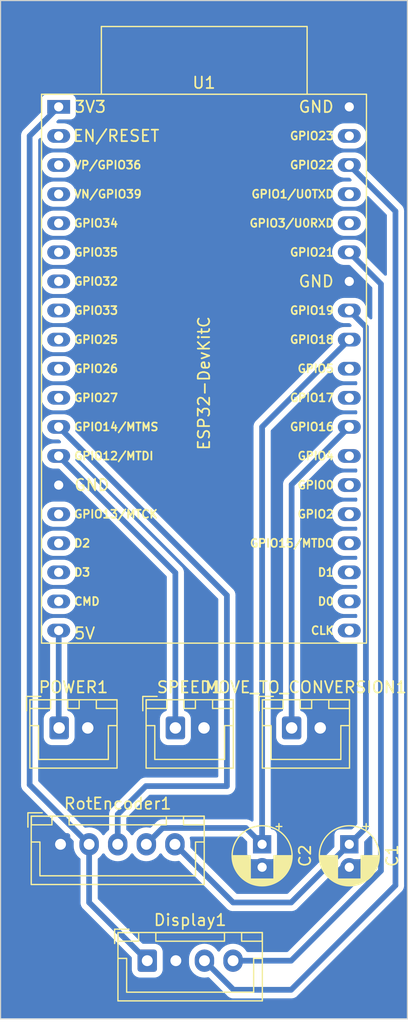
<source format=kicad_pcb>
(kicad_pcb (version 20221018) (generator pcbnew)
  (layers (0 "F.Cu" signal) (31 "B.Cu" signal) (34 "B.Paste" user) (35 "F.Paste" user) (36 "B.SilkS" user "B.Silkscreen") (37 "F.SilkS" user "F.Silkscreen") (38 "B.Mask" user) (39 "F.Mask" user) (44 "Edge.Cuts" user))
  (net 0 "")
  (net 1 "GND")
  (net 2 "+5V")
  (net 29 "Net-(RotEncoder1-Pin_5)")
  (net 30 "Net-(RotEncoder1-Pin_4)")
  (net 31 "Net-(Display1-Pin_1)")
  (net 32 "Net-(Display1-Pin_3)")
  (net 33 "Net-(Display1-Pin_4)")
  (net 34 "Net-(RotEncoder1-Pin_3)")
  (net 35 "Net-(SPEED1-Pin_1)")
  (net 36 "Net-(MOVE_TO_CONVERSION1-Pin_1)")
  (footprint "PCM_Espressif:ESP32-DevKitC" (layer "F.Cu") (at 33.02 37.21812)
    (fp_text reference "U1" (at 12.7 -2.1) (layer "F.SilkS"))
    (fp_text value "ESP32-DevKitC" (at 12.7 24.13 90) (layer "F.SilkS"))
    (fp_text user "GPIO17" (at 24.13 25.4 unlocked) (layer "F.SilkS") (effects (font (size 0.7 0.7)) (justify right)))
    (fp_text user "GPIO0" (at 24.13 33.02 unlocked) (layer "F.SilkS") (effects (font (size 0.7 0.7)) (justify right)))
    (fp_text user "GPIO14/MTMS" (at 1.27 27.94 unlocked) (layer "F.SilkS") (effects (font (size 0.7 0.7)) (justify left)))
    (fp_text user "VP/GPIO36" (at 1.27 5.08 unlocked) (layer "F.SilkS") (effects (font (size 0.7 0.7)) (justify left)))
    (fp_text user "CMD" (at 1.27 43.18 unlocked) (layer "F.SilkS") (effects (font (size 0.7 0.7)) (justify left)))
    (fp_text user "D0" (at 24.13 43.18 unlocked) (layer "F.SilkS") (effects (font (size 0.7 0.7)) (justify right)))
    (fp_text user "GND" (at 24.13 15.24 unlocked) (layer "F.SilkS") (effects (justify right)))
    (fp_text user "GPIO16" (at 24.13 27.94 unlocked) (layer "F.SilkS") (effects (font (size 0.7 0.7)) (justify right)))
    (fp_text user "CLK" (at 24.13 45.72 unlocked) (layer "F.SilkS") (effects (font (size 0.7 0.7)) (justify right)))
    (fp_text user "GPIO34" (at 1.27 10.16 unlocked) (layer "F.SilkS") (effects (font (size 0.7 0.7)) (justify left)))
    (fp_text user "GPIO3/U0RXD" (at 24.13 10.16 unlocked) (layer "F.SilkS") (effects (font (size 0.7 0.7)) (justify right)))
    (fp_text user "D2" (at 1.27 38.1 unlocked) (layer "F.SilkS") (effects (font (size 0.7 0.7)) (justify left)))
    (fp_text user "GPIO12/MTDI" (at 1.27 30.48 unlocked) (layer "F.SilkS") (effects (font (size 0.7 0.7)) (justify left)))
    (fp_text user "GPIO15/MTDO" (at 24.13 38.1 unlocked) (layer "F.SilkS") (effects (font (size 0.7 0.7)) (justify right)))
    (fp_text user "5V" (at 1.26632 45.97128 unlocked) (layer "F.SilkS") (effects (justify left)))
    (fp_text user "GPIO33" (at 1.27 17.78 unlocked) (layer "F.SilkS") (effects (font (size 0.7 0.7)) (justify left)))
    (fp_text user "GPIO22" (at 24.13 5.08 unlocked) (layer "F.SilkS") (effects (font (size 0.7 0.7)) (justify right)))
    (fp_text user "VN/GPIO39" (at 1.27 7.62 unlocked) (layer "F.SilkS") (effects (font (size 0.7 0.7)) (justify left)))
    (fp_text user "GND" (at 24.13 0 unlocked) (layer "F.SilkS") (effects (justify right)))
    (fp_text user "GPIO1/U0TXD" (at 24.13 7.62 unlocked) (layer "F.SilkS") (effects (font (size 0.7 0.7)) (justify right)))
    (fp_text user "GPIO35" (at 1.27 12.7 unlocked) (layer "F.SilkS") (effects (font (size 0.7 0.7)) (justify left)))
    (fp_text user "3V3" (at 1.27 0 unlocked) (layer "F.SilkS") (effects (justify left)))
    (fp_text user "GPIO25" (at 1.27 20.32 unlocked) (layer "F.SilkS") (effects (font (size 0.7 0.7)) (justify left)))
    (fp_text user "GPIO19" (at 24.13 17.78 unlocked) (layer "F.SilkS") (effects (font (size 0.7 0.7)) (justify right)))
    (fp_text user "GPIO2" (at 24.13 35.56 unlocked) (layer "F.SilkS") (effects (font (size 0.7 0.7)) (justify right)))
    (fp_text user "GPIO18" (at 24.13 20.32 unlocked) (layer "F.SilkS") (effects (font (size 0.7 0.7)) (justify right)))
    (fp_text user "GPIO23" (at 24.13 2.54 unlocked) (layer "F.SilkS") (effects (font (size 0.7 0.7)) (justify right)))
    (fp_text user "EN/RESET" (at 8.88632 2.53728 unlocked) (layer "F.SilkS") (effects (justify right)))
    (fp_text user "GPIO26" (at 1.27 22.86 unlocked) (layer "F.SilkS") (effects (font (size 0.7 0.7)) (justify left)))
    (fp_text user "GPIO5" (at 24.13 22.86 unlocked) (layer "F.SilkS") (effects (font (size 0.7 0.7)) (justify right)))
    (fp_text user "GPIO21" (at 24.13 12.7 unlocked) (layer "F.SilkS") (effects (font (size 0.7 0.7)) (justify right)))
    (fp_text user "GPIO27" (at 1.27 25.4 unlocked) (layer "F.SilkS") (effects (font (size 0.7 0.7)) (justify left)))
    (fp_text user "GPIO13/MTCK" (at 1.27 35.56 unlocked) (layer "F.SilkS") (effects (font (size 0.7 0.7)) (justify left)))
    (fp_text user "GND" (at 1.27 33.02 unlocked) (layer "F.SilkS") (effects (justify left)))
    (fp_text user "D3" (at 1.27 40.64 unlocked) (layer "F.SilkS") (effects (font (size 0.7 0.7)) (justify left)))
    (fp_text user "GPIO4" (at 24.13 30.48 unlocked) (layer "F.SilkS") (effects (font (size 0.7 0.7)) (justify right)))
    (fp_text user "D1" (at 24.13 40.64 unlocked) (layer "F.SilkS") (effects (font (size 0.7 0.7)) (justify right)))
    (fp_text user "GPIO32" (at 1.27 15.24 unlocked) (layer "F.SilkS") (effects (font (size 0.7 0.7)) (justify left)))
    (fp_line (start -1.5 46.82) (end 26.899999 46.82) (stroke (width 0.12)) (layer "F.SilkS"))
    (fp_line (start -1.499999 -1.1) (end -1.5 46.82) (stroke (width 0.12)) (layer "F.SilkS"))
    (fp_line (start 3.73012 -7.01312) (end 21.71332 -7.01312) (stroke (width 0.12)) (layer "F.SilkS"))
    (fp_line (start 3.73012 -1.12032) (end 3.73012 -7.01312) (stroke (width 0.12)) (layer "F.SilkS"))
    (fp_line (start 21.71332 -7.01312) (end 21.71332 -1.12032) (stroke (width 0.12)) (layer "F.SilkS"))
    (fp_line (start 26.899999 46.82) (end 26.9 -1.1) (stroke (width 0.12)) (layer "F.SilkS"))
    (fp_line (start 26.9 -1.1) (end -1.499999 -1.1) (stroke (width 0.12)) (layer "F.SilkS"))
    (pad "1" thru_hole rect (at 0 0 270) (size 1.2 2) (drill 0.8) (layers "*.Cu" "*.Mask") (net 31 "Net-(Display1-Pin_1)"))
    (pad "2" thru_hole oval (at 0 2.54 270) (size 1.2 2) (drill 0.8) (layers "*.Cu" "*.Mask"))
    (pad "3" thru_hole oval (at 0 5.08 270) (size 1.2 2) (drill 0.8) (layers "*.Cu" "*.Mask"))
    (pad "4" thru_hole oval (at 0 7.62 270) (size 1.2 2) (drill 0.8) (layers "*.Cu" "*.Mask"))
    (pad "5" thru_hole oval (at 0 10.16 270) (size 1.2 2) (drill 0.8) (layers "*.Cu" "*.Mask"))
    (pad "6" thru_hole oval (at 0 12.7 270) (size 1.2 2) (drill 0.8) (layers "*.Cu" "*.Mask"))
    (pad "7" thru_hole oval (at 0 15.24 270) (size 1.2 2) (drill 0.8) (layers "*.Cu" "*.Mask"))
    (pad "8" thru_hole oval (at 0 17.78 270) (size 1.2 2) (drill 0.8) (layers "*.Cu" "*.Mask"))
    (pad "9" thru_hole oval (at 0 20.32 270) (size 1.2 2) (drill 0.8) (layers "*.Cu" "*.Mask"))
    (pad "10" thru_hole oval (at 0 22.86 270) (size 1.2 2) (drill 0.8) (layers "*.Cu" "*.Mask"))
    (pad "11" thru_hole oval (at 0 25.4 270) (size 1.2 2) (drill 0.8) (layers "*.Cu" "*.Mask"))
    (pad "12" thru_hole oval (at 0 27.94 270) (size 1.2 2) (drill 0.8) (layers "*.Cu" "*.Mask") (net 34 "Net-(RotEncoder1-Pin_3)"))
    (pad "13" thru_hole oval (at 0 30.48 270) (size 1.2 2) (drill 0.8) (layers "*.Cu" "*.Mask") (net 35 "Net-(SPEED1-Pin_1)"))
    (pad "14" thru_hole oval (at 0 33.02 270) (size 1.2 2) (drill 0.8) (layers "*.Cu" "*.Mask") (net 1 "GND"))
    (pad "15" thru_hole oval (at 0 35.56 270) (size 1.2 2) (drill 0.8) (layers "*.Cu" "*.Mask"))
    (pad "16" thru_hole oval (at 0 38.1 270) (size 1.2 2) (drill 0.8) (layers "*.Cu" "*.Mask"))
    (pad "17" thru_hole oval (at 0 40.64 270) (size 1.2 2) (drill 0.8) (layers "*.Cu" "*.Mask"))
    (pad "18" thru_hole oval (at 0 43.18 270) (size 1.2 2) (drill 0.8) (layers "*.Cu" "*.Mask"))
    (pad "19" thru_hole oval (at 0 45.72 270) (size 1.2 2) (drill 0.8) (layers "*.Cu" "*.Mask") (net 2 "+5V"))
    (pad "20" thru_hole oval (at 25.39632 45.71728 270) (size 1.2 2) (drill 0.8) (layers "*.Cu" "*.Mask"))
    (pad "21" thru_hole oval (at 25.39632 43.17728 270) (size 1.2 2) (drill 0.8) (layers "*.Cu" "*.Mask"))
    (pad "22" thru_hole oval (at 25.4 40.64 270) (size 1.2 2) (drill 0.8) (layers "*.Cu" "*.Mask"))
    (pad "23" thru_hole oval (at 25.4 38.1 270) (size 1.2 2) (drill 0.8) (layers "*.Cu" "*.Mask"))
    (pad "24" thru_hole oval (at 25.4 35.56 270) (size 1.2 2) (drill 0.8) (layers "*.Cu" "*.Mask"))
    (pad "25" thru_hole oval (at 25.4 33.02 270) (size 1.2 2) (drill 0.8) (layers "*.Cu" "*.Mask"))
    (pad "26" thru_hole oval (at 25.4 30.48 270) (size 1.2 2) (drill 0.8) (layers "*.Cu" "*.Mask"))
    (pad "27" thru_hole oval (at 25.4 27.94 270) (size 1.2 2) (drill 0.8) (layers "*.Cu" "*.Mask") (net 36 "Net-(MOVE_TO_CONVERSION1-Pin_1)"))
    (pad "28" thru_hole oval (at 25.4 25.4 270) (size 1.2 2) (drill 0.8) (layers "*.Cu" "*.Mask"))
    (pad "29" thru_hole oval (at 25.4 22.86 270) (size 1.2 2) (drill 0.8) (layers "*.Cu" "*.Mask"))
    (pad "30" thru_hole oval (at 25.4 20.32 270) (size 1.2 2) (drill 0.8) (layers "*.Cu" "*.Mask") (net 30 "Net-(RotEncoder1-Pin_4)"))
    (pad "31" thru_hole oval (at 25.4 17.78 270) (size 1.2 2) (drill 0.8) (layers "*.Cu" "*.Mask") (net 29 "Net-(RotEncoder1-Pin_5)"))
    (pad "32" thru_hole oval (at 25.4 15.24 270) (size 1.2 2) (drill 0.8) (layers "*.Cu" "*.Mask") (net 1 "GND"))
    (pad "33" thru_hole oval (at 25.4 12.7 270) (size 1.2 2) (drill 0.8) (layers "*.Cu" "*.Mask") (net 33 "Net-(Display1-Pin_4)"))
    (pad "34" thru_hole oval (at 25.4 10.16 270) (size 1.2 2) (drill 0.8) (layers "*.Cu" "*.Mask"))
    (pad "35" thru_hole oval (at 25.4 7.62 270) (size 1.2 2) (drill 0.8) (layers "*.Cu" "*.Mask"))
    (pad "36" thru_hole oval (at 25.4 5.08 270) (size 1.2 2) (drill 0.8) (layers "*.Cu" "*.Mask") (net 32 "Net-(Display1-Pin_3)"))
    (pad "37" thru_hole oval (at 25.4 2.54 270) (size 1.2 2) (drill 0.8) (layers "*.Cu" "*.Mask"))
    (pad "38" thru_hole oval (at 25.4 0 270) (size 1.2 2) (drill 0.8) (layers "*.Cu" "*.Mask") (net 1 "GND"))
  )
  (footprint "Connector_JST:JST_XH_B5B-XH-A_1x05_P2.50mm_Vertical" (layer "F.Cu") (at 33.18 101.6)
    (fp_text reference "RotEncoder1" (at 5 -3.55) (layer "F.SilkS"))
    (fp_text value "Conn_01x05_Pin")
    (fp_line (start -2.85 -2.75) (end -2.85 -1.5) (stroke (width 0.12)) (layer "F.SilkS"))
    (fp_line (start -2.56 -2.46) (end -2.56 3.51) (stroke (width 0.12)) (layer "F.SilkS"))
    (fp_line (start -2.56 3.51) (end 12.56 3.51) (stroke (width 0.12)) (layer "F.SilkS"))
    (fp_line (start -2.55 -2.45) (end -2.55 -1.7) (stroke (width 0.12)) (layer "F.SilkS"))
    (fp_line (start -2.55 -1.7) (end -0.75 -1.7) (stroke (width 0.12)) (layer "F.SilkS"))
    (fp_line (start -2.55 -0.2) (end -1.8 -0.2) (stroke (width 0.12)) (layer "F.SilkS"))
    (fp_line (start -1.8 -0.2) (end -1.8 2.75) (stroke (width 0.12)) (layer "F.SilkS"))
    (fp_line (start -1.8 2.75) (end 5 2.75) (stroke (width 0.12)) (layer "F.SilkS"))
    (fp_line (start -1.6 -2.75) (end -2.85 -2.75) (stroke (width 0.12)) (layer "F.SilkS"))
    (fp_line (start -0.75 -2.45) (end -2.55 -2.45) (stroke (width 0.12)) (layer "F.SilkS"))
    (fp_line (start -0.75 -1.7) (end -0.75 -2.45) (stroke (width 0.12)) (layer "F.SilkS"))
    (fp_line (start 0.75 -2.45) (end 0.75 -1.7) (stroke (width 0.12)) (layer "F.SilkS"))
    (fp_line (start 0.75 -1.7) (end 9.25 -1.7) (stroke (width 0.12)) (layer "F.SilkS"))
    (fp_line (start 9.25 -2.45) (end 0.75 -2.45) (stroke (width 0.12)) (layer "F.SilkS"))
    (fp_line (start 9.25 -1.7) (end 9.25 -2.45) (stroke (width 0.12)) (layer "F.SilkS"))
    (fp_line (start 10.75 -2.45) (end 10.75 -1.7) (stroke (width 0.12)) (layer "F.SilkS"))
    (fp_line (start 10.75 -1.7) (end 12.55 -1.7) (stroke (width 0.12)) (layer "F.SilkS"))
    (fp_line (start 11.8 -0.2) (end 11.8 2.75) (stroke (width 0.12)) (layer "F.SilkS"))
    (fp_line (start 11.8 2.75) (end 5 2.75) (stroke (width 0.12)) (layer "F.SilkS"))
    (fp_line (start 12.55 -2.45) (end 10.75 -2.45) (stroke (width 0.12)) (layer "F.SilkS"))
    (fp_line (start 12.55 -1.7) (end 12.55 -2.45) (stroke (width 0.12)) (layer "F.SilkS"))
    (fp_line (start 12.55 -0.2) (end 11.8 -0.2) (stroke (width 0.12)) (layer "F.SilkS"))
    (fp_line (start 12.56 -2.46) (end -2.56 -2.46) (stroke (width 0.12)) (layer "F.SilkS"))
    (fp_line (start 12.56 3.51) (end 12.56 -2.46) (stroke (width 0.12)) (layer "F.SilkS"))
    (pad "1" thru_hole roundrect (at 0 0) (size 1.7 1.95) (drill 0.95) (layers "*.Cu" "*.Mask") (roundrect_rratio 0.1470588235) (net 1 "GND"))
    (pad "2" thru_hole oval (at 2.5 0) (size 1.7 1.95) (drill 0.95) (layers "*.Cu" "*.Mask") (net 31 "Net-(Display1-Pin_1)"))
    (pad "3" thru_hole oval (at 5 0) (size 1.7 1.95) (drill 0.95) (layers "*.Cu" "*.Mask") (net 34 "Net-(RotEncoder1-Pin_3)"))
    (pad "4" thru_hole oval (at 7.5 0) (size 1.7 1.95) (drill 0.95) (layers "*.Cu" "*.Mask") (net 30 "Net-(RotEncoder1-Pin_4)"))
    (pad "5" thru_hole oval (at 10 0) (size 1.7 1.95) (drill 0.95) (layers "*.Cu" "*.Mask") (net 29 "Net-(RotEncoder1-Pin_5)"))
  )
  (footprint "Connector_JST:JST_XH_B2B-XH-A_1x02_P2.50mm_Vertical" (layer "F.Cu") (at 53.38 91.44)
    (fp_text reference "MOVE_TO_CONVERSION1" (at 1.25 -3.55) (layer "F.SilkS"))
    (fp_text value "Conn_01x02_Pin")
    (fp_line (start -2.85 -2.75) (end -2.85 -1.5) (stroke (width 0.12)) (layer "F.SilkS"))
    (fp_line (start -2.56 -2.46) (end -2.56 3.51) (stroke (width 0.12)) (layer "F.SilkS"))
    (fp_line (start -2.56 3.51) (end 5.06 3.51) (stroke (width 0.12)) (layer "F.SilkS"))
    (fp_line (start -2.55 -2.45) (end -2.55 -1.7) (stroke (width 0.12)) (layer "F.SilkS"))
    (fp_line (start -2.55 -1.7) (end -0.75 -1.7) (stroke (width 0.12)) (layer "F.SilkS"))
    (fp_line (start -2.55 -0.2) (end -1.8 -0.2) (stroke (width 0.12)) (layer "F.SilkS"))
    (fp_line (start -1.8 -0.2) (end -1.8 2.75) (stroke (width 0.12)) (layer "F.SilkS"))
    (fp_line (start -1.8 2.75) (end 1.25 2.75) (stroke (width 0.12)) (layer "F.SilkS"))
    (fp_line (start -1.6 -2.75) (end -2.85 -2.75) (stroke (width 0.12)) (layer "F.SilkS"))
    (fp_line (start -0.75 -2.45) (end -2.55 -2.45) (stroke (width 0.12)) (layer "F.SilkS"))
    (fp_line (start -0.75 -1.7) (end -0.75 -2.45) (stroke (width 0.12)) (layer "F.SilkS"))
    (fp_line (start 0.75 -2.45) (end 0.75 -1.7) (stroke (width 0.12)) (layer "F.SilkS"))
    (fp_line (start 0.75 -1.7) (end 1.75 -1.7) (stroke (width 0.12)) (layer "F.SilkS"))
    (fp_line (start 1.75 -2.45) (end 0.75 -2.45) (stroke (width 0.12)) (layer "F.SilkS"))
    (fp_line (start 1.75 -1.7) (end 1.75 -2.45) (stroke (width 0.12)) (layer "F.SilkS"))
    (fp_line (start 3.25 -2.45) (end 3.25 -1.7) (stroke (width 0.12)) (layer "F.SilkS"))
    (fp_line (start 3.25 -1.7) (end 5.05 -1.7) (stroke (width 0.12)) (layer "F.SilkS"))
    (fp_line (start 4.3 -0.2) (end 4.3 2.75) (stroke (width 0.12)) (layer "F.SilkS"))
    (fp_line (start 4.3 2.75) (end 1.25 2.75) (stroke (width 0.12)) (layer "F.SilkS"))
    (fp_line (start 5.05 -2.45) (end 3.25 -2.45) (stroke (width 0.12)) (layer "F.SilkS"))
    (fp_line (start 5.05 -1.7) (end 5.05 -2.45) (stroke (width 0.12)) (layer "F.SilkS"))
    (fp_line (start 5.05 -0.2) (end 4.3 -0.2) (stroke (width 0.12)) (layer "F.SilkS"))
    (fp_line (start 5.06 -2.46) (end -2.56 -2.46) (stroke (width 0.12)) (layer "F.SilkS"))
    (fp_line (start 5.06 3.51) (end 5.06 -2.46) (stroke (width 0.12)) (layer "F.SilkS"))
    (pad "1" thru_hole roundrect (at 0 0) (size 1.7 2) (drill 1) (layers "*.Cu" "*.Mask") (roundrect_rratio 0.1470588235) (net 36 "Net-(MOVE_TO_CONVERSION1-Pin_1)"))
    (pad "2" thru_hole oval (at 2.5 0) (size 1.7 2) (drill 1) (layers "*.Cu" "*.Mask") (net 1 "GND"))
  )
  (footprint "Connector_JST:JST_XH_B2B-XH-A_1x02_P2.50mm_Vertical" (layer "F.Cu") (at 33.06 91.44)
    (fp_text reference "POWER1" (at 1.25 -3.55) (layer "F.SilkS"))
    (fp_text value "Conn_01x02_Pin")
    (fp_line (start -2.85 -2.75) (end -2.85 -1.5) (stroke (width 0.12)) (layer "F.SilkS"))
    (fp_line (start -2.56 -2.46) (end -2.56 3.51) (stroke (width 0.12)) (layer "F.SilkS"))
    (fp_line (start -2.56 3.51) (end 5.06 3.51) (stroke (width 0.12)) (layer "F.SilkS"))
    (fp_line (start -2.55 -2.45) (end -2.55 -1.7) (stroke (width 0.12)) (layer "F.SilkS"))
    (fp_line (start -2.55 -1.7) (end -0.75 -1.7) (stroke (width 0.12)) (layer "F.SilkS"))
    (fp_line (start -2.55 -0.2) (end -1.8 -0.2) (stroke (width 0.12)) (layer "F.SilkS"))
    (fp_line (start -1.8 -0.2) (end -1.8 2.75) (stroke (width 0.12)) (layer "F.SilkS"))
    (fp_line (start -1.8 2.75) (end 1.25 2.75) (stroke (width 0.12)) (layer "F.SilkS"))
    (fp_line (start -1.6 -2.75) (end -2.85 -2.75) (stroke (width 0.12)) (layer "F.SilkS"))
    (fp_line (start -0.75 -2.45) (end -2.55 -2.45) (stroke (width 0.12)) (layer "F.SilkS"))
    (fp_line (start -0.75 -1.7) (end -0.75 -2.45) (stroke (width 0.12)) (layer "F.SilkS"))
    (fp_line (start 0.75 -2.45) (end 0.75 -1.7) (stroke (width 0.12)) (layer "F.SilkS"))
    (fp_line (start 0.75 -1.7) (end 1.75 -1.7) (stroke (width 0.12)) (layer "F.SilkS"))
    (fp_line (start 1.75 -2.45) (end 0.75 -2.45) (stroke (width 0.12)) (layer "F.SilkS"))
    (fp_line (start 1.75 -1.7) (end 1.75 -2.45) (stroke (width 0.12)) (layer "F.SilkS"))
    (fp_line (start 3.25 -2.45) (end 3.25 -1.7) (stroke (width 0.12)) (layer "F.SilkS"))
    (fp_line (start 3.25 -1.7) (end 5.05 -1.7) (stroke (width 0.12)) (layer "F.SilkS"))
    (fp_line (start 4.3 -0.2) (end 4.3 2.75) (stroke (width 0.12)) (layer "F.SilkS"))
    (fp_line (start 4.3 2.75) (end 1.25 2.75) (stroke (width 0.12)) (layer "F.SilkS"))
    (fp_line (start 5.05 -2.45) (end 3.25 -2.45) (stroke (width 0.12)) (layer "F.SilkS"))
    (fp_line (start 5.05 -1.7) (end 5.05 -2.45) (stroke (width 0.12)) (layer "F.SilkS"))
    (fp_line (start 5.05 -0.2) (end 4.3 -0.2) (stroke (width 0.12)) (layer "F.SilkS"))
    (fp_line (start 5.06 -2.46) (end -2.56 -2.46) (stroke (width 0.12)) (layer "F.SilkS"))
    (fp_line (start 5.06 3.51) (end 5.06 -2.46) (stroke (width 0.12)) (layer "F.SilkS"))
    (pad "1" thru_hole roundrect (at 0 0) (size 1.7 2) (drill 1) (layers "*.Cu" "*.Mask") (roundrect_rratio 0.1470588235) (net 2 "+5V"))
    (pad "2" thru_hole oval (at 2.5 0) (size 1.7 2) (drill 1) (layers "*.Cu" "*.Mask") (net 1 "GND"))
  )
  (footprint "Connector_JST:JST_XH_B4B-XH-A_1x04_P2.50mm_Vertical" (layer "F.Cu") (at 40.76 111.76)
    (fp_text reference "Display1" (at 3.75 -3.55) (layer "F.SilkS"))
    (fp_text value "Conn_01x04_Pin")
    (fp_line (start -2.85 -2.75) (end -2.85 -1.5) (stroke (width 0.12)) (layer "F.SilkS"))
    (fp_line (start -2.56 -2.46) (end -2.56 3.51) (stroke (width 0.12)) (layer "F.SilkS"))
    (fp_line (start -2.56 3.51) (end 10.06 3.51) (stroke (width 0.12)) (layer "F.SilkS"))
    (fp_line (start -2.55 -2.45) (end -2.55 -1.7) (stroke (width 0.12)) (layer "F.SilkS"))
    (fp_line (start -2.55 -1.7) (end -0.75 -1.7) (stroke (width 0.12)) (layer "F.SilkS"))
    (fp_line (start -2.55 -0.2) (end -1.8 -0.2) (stroke (width 0.12)) (layer "F.SilkS"))
    (fp_line (start -1.8 -0.2) (end -1.8 2.75) (stroke (width 0.12)) (layer "F.SilkS"))
    (fp_line (start -1.8 2.75) (end 3.75 2.75) (stroke (width 0.12)) (layer "F.SilkS"))
    (fp_line (start -1.6 -2.75) (end -2.85 -2.75) (stroke (width 0.12)) (layer "F.SilkS"))
    (fp_line (start -0.75 -2.45) (end -2.55 -2.45) (stroke (width 0.12)) (layer "F.SilkS"))
    (fp_line (start -0.75 -1.7) (end -0.75 -2.45) (stroke (width 0.12)) (layer "F.SilkS"))
    (fp_line (start 0.75 -2.45) (end 0.75 -1.7) (stroke (width 0.12)) (layer "F.SilkS"))
    (fp_line (start 0.75 -1.7) (end 6.75 -1.7) (stroke (width 0.12)) (layer "F.SilkS"))
    (fp_line (start 6.75 -2.45) (end 0.75 -2.45) (stroke (width 0.12)) (layer "F.SilkS"))
    (fp_line (start 6.75 -1.7) (end 6.75 -2.45) (stroke (width 0.12)) (layer "F.SilkS"))
    (fp_line (start 8.25 -2.45) (end 8.25 -1.7) (stroke (width 0.12)) (layer "F.SilkS"))
    (fp_line (start 8.25 -1.7) (end 10.05 -1.7) (stroke (width 0.12)) (layer "F.SilkS"))
    (fp_line (start 9.3 -0.2) (end 9.3 2.75) (stroke (width 0.12)) (layer "F.SilkS"))
    (fp_line (start 9.3 2.75) (end 3.75 2.75) (stroke (width 0.12)) (layer "F.SilkS"))
    (fp_line (start 10.05 -2.45) (end 8.25 -2.45) (stroke (width 0.12)) (layer "F.SilkS"))
    (fp_line (start 10.05 -1.7) (end 10.05 -2.45) (stroke (width 0.12)) (layer "F.SilkS"))
    (fp_line (start 10.05 -0.2) (end 9.3 -0.2) (stroke (width 0.12)) (layer "F.SilkS"))
    (fp_line (start 10.06 -2.46) (end -2.56 -2.46) (stroke (width 0.12)) (layer "F.SilkS"))
    (fp_line (start 10.06 3.51) (end 10.06 -2.46) (stroke (width 0.12)) (layer "F.SilkS"))
    (pad "1" thru_hole roundrect (at 0 0) (size 1.7 1.95) (drill 0.95) (layers "*.Cu" "*.Mask") (roundrect_rratio 0.1470588235) (net 31 "Net-(Display1-Pin_1)"))
    (pad "2" thru_hole oval (at 2.5 0) (size 1.7 1.95) (drill 0.95) (layers "*.Cu" "*.Mask") (net 1 "GND"))
    (pad "3" thru_hole oval (at 5 0) (size 1.7 1.95) (drill 0.95) (layers "*.Cu" "*.Mask") (net 32 "Net-(Display1-Pin_3)"))
    (pad "4" thru_hole oval (at 7.5 0) (size 1.7 1.95) (drill 0.95) (layers "*.Cu" "*.Mask") (net 33 "Net-(Display1-Pin_4)"))
  )
  (footprint "Capacitor_THT:CP_Radial_D5.0mm_P2.00mm" (layer "F.Cu") (at 58.42 101.6 -90)
    (fp_text reference "C1" (at 1 -3.75 90) (layer "F.SilkS"))
    (fp_text value "0.1uF")
    (fp_line (start -1.804775 -1.475) (end -1.304775 -1.475) (stroke (width 0.12)) (layer "F.SilkS"))
    (fp_line (start -1.554775 -1.725) (end -1.554775 -1.225) (stroke (width 0.12)) (layer "F.SilkS"))
    (fp_line (start 1 -2.58) (end 1 -1.04) (stroke (width 0.12)) (layer "F.SilkS"))
    (fp_line (start 1 1.04) (end 1 2.58) (stroke (width 0.12)) (layer "F.SilkS"))
    (fp_line (start 1.04 -2.58) (end 1.04 -1.04) (stroke (width 0.12)) (layer "F.SilkS"))
    (fp_line (start 1.04 1.04) (end 1.04 2.58) (stroke (width 0.12)) (layer "F.SilkS"))
    (fp_line (start 1.08 -2.579) (end 1.08 -1.04) (stroke (width 0.12)) (layer "F.SilkS"))
    (fp_line (start 1.08 1.04) (end 1.08 2.579) (stroke (width 0.12)) (layer "F.SilkS"))
    (fp_line (start 1.12 -2.578) (end 1.12 -1.04) (stroke (width 0.12)) (layer "F.SilkS"))
    (fp_line (start 1.12 1.04) (end 1.12 2.578) (stroke (width 0.12)) (layer "F.SilkS"))
    (fp_line (start 1.16 -2.576) (end 1.16 -1.04) (stroke (width 0.12)) (layer "F.SilkS"))
    (fp_line (start 1.16 1.04) (end 1.16 2.576) (stroke (width 0.12)) (layer "F.SilkS"))
    (fp_line (start 1.2 -2.573) (end 1.2 -1.04) (stroke (width 0.12)) (layer "F.SilkS"))
    (fp_line (start 1.2 1.04) (end 1.2 2.573) (stroke (width 0.12)) (layer "F.SilkS"))
    (fp_line (start 1.24 -2.569) (end 1.24 -1.04) (stroke (width 0.12)) (layer "F.SilkS"))
    (fp_line (start 1.24 1.04) (end 1.24 2.569) (stroke (width 0.12)) (layer "F.SilkS"))
    (fp_line (start 1.28 -2.565) (end 1.28 -1.04) (stroke (width 0.12)) (layer "F.SilkS"))
    (fp_line (start 1.28 1.04) (end 1.28 2.565) (stroke (width 0.12)) (layer "F.SilkS"))
    (fp_line (start 1.32 -2.561) (end 1.32 -1.04) (stroke (width 0.12)) (layer "F.SilkS"))
    (fp_line (start 1.32 1.04) (end 1.32 2.561) (stroke (width 0.12)) (layer "F.SilkS"))
    (fp_line (start 1.36 -2.556) (end 1.36 -1.04) (stroke (width 0.12)) (layer "F.SilkS"))
    (fp_line (start 1.36 1.04) (end 1.36 2.556) (stroke (width 0.12)) (layer "F.SilkS"))
    (fp_line (start 1.4 -2.55) (end 1.4 -1.04) (stroke (width 0.12)) (layer "F.SilkS"))
    (fp_line (start 1.4 1.04) (end 1.4 2.55) (stroke (width 0.12)) (layer "F.SilkS"))
    (fp_line (start 1.44 -2.543) (end 1.44 -1.04) (stroke (width 0.12)) (layer "F.SilkS"))
    (fp_line (start 1.44 1.04) (end 1.44 2.543) (stroke (width 0.12)) (layer "F.SilkS"))
    (fp_line (start 1.48 -2.536) (end 1.48 -1.04) (stroke (width 0.12)) (layer "F.SilkS"))
    (fp_line (start 1.48 1.04) (end 1.48 2.536) (stroke (width 0.12)) (layer "F.SilkS"))
    (fp_line (start 1.52 -2.528) (end 1.52 -1.04) (stroke (width 0.12)) (layer "F.SilkS"))
    (fp_line (start 1.52 1.04) (end 1.52 2.528) (stroke (width 0.12)) (layer "F.SilkS"))
    (fp_line (start 1.56 -2.52) (end 1.56 -1.04) (stroke (width 0.12)) (layer "F.SilkS"))
    (fp_line (start 1.56 1.04) (end 1.56 2.52) (stroke (width 0.12)) (layer "F.SilkS"))
    (fp_line (start 1.6 -2.511) (end 1.6 -1.04) (stroke (width 0.12)) (layer "F.SilkS"))
    (fp_line (start 1.6 1.04) (end 1.6 2.511) (stroke (width 0.12)) (layer "F.SilkS"))
    (fp_line (start 1.64 -2.501) (end 1.64 -1.04) (stroke (width 0.12)) (layer "F.SilkS"))
    (fp_line (start 1.64 1.04) (end 1.64 2.501) (stroke (width 0.12)) (layer "F.SilkS"))
    (fp_line (start 1.68 -2.491) (end 1.68 -1.04) (stroke (width 0.12)) (layer "F.SilkS"))
    (fp_line (start 1.68 1.04) (end 1.68 2.491) (stroke (width 0.12)) (layer "F.SilkS"))
    (fp_line (start 1.721 -2.48) (end 1.721 -1.04) (stroke (width 0.12)) (layer "F.SilkS"))
    (fp_line (start 1.721 1.04) (end 1.721 2.48) (stroke (width 0.12)) (layer "F.SilkS"))
    (fp_line (start 1.761 -2.468) (end 1.761 -1.04) (stroke (width 0.12)) (layer "F.SilkS"))
    (fp_line (start 1.761 1.04) (end 1.761 2.468) (stroke (width 0.12)) (layer "F.SilkS"))
    (fp_line (start 1.801 -2.455) (end 1.801 -1.04) (stroke (width 0.12)) (layer "F.SilkS"))
    (fp_line (start 1.801 1.04) (end 1.801 2.455) (stroke (width 0.12)) (layer "F.SilkS"))
    (fp_line (start 1.841 -2.442) (end 1.841 -1.04) (stroke (width 0.12)) (layer "F.SilkS"))
    (fp_line (start 1.841 1.04) (end 1.841 2.442) (stroke (width 0.12)) (layer "F.SilkS"))
    (fp_line (start 1.881 -2.428) (end 1.881 -1.04) (stroke (width 0.12)) (layer "F.SilkS"))
    (fp_line (start 1.881 1.04) (end 1.881 2.428) (stroke (width 0.12)) (layer "F.SilkS"))
    (fp_line (start 1.921 -2.414) (end 1.921 -1.04) (stroke (width 0.12)) (layer "F.SilkS"))
    (fp_line (start 1.921 1.04) (end 1.921 2.414) (stroke (width 0.12)) (layer "F.SilkS"))
    (fp_line (start 1.961 -2.398) (end 1.961 -1.04) (stroke (width 0.12)) (layer "F.SilkS"))
    (fp_line (start 1.961 1.04) (end 1.961 2.398) (stroke (width 0.12)) (layer "F.SilkS"))
    (fp_line (start 2.001 -2.382) (end 2.001 -1.04) (stroke (width 0.12)) (layer "F.SilkS"))
    (fp_line (start 2.001 1.04) (end 2.001 2.382) (stroke (width 0.12)) (layer "F.SilkS"))
    (fp_line (start 2.041 -2.365) (end 2.041 -1.04) (stroke (width 0.12)) (layer "F.SilkS"))
    (fp_line (start 2.041 1.04) (end 2.041 2.365) (stroke (width 0.12)) (layer "F.SilkS"))
    (fp_line (start 2.081 -2.348) (end 2.081 -1.04) (stroke (width 0.12)) (layer "F.SilkS"))
    (fp_line (start 2.081 1.04) (end 2.081 2.348) (stroke (width 0.12)) (layer "F.SilkS"))
    (fp_line (start 2.121 -2.329) (end 2.121 -1.04) (stroke (width 0.12)) (layer "F.SilkS"))
    (fp_line (start 2.121 1.04) (end 2.121 2.329) (stroke (width 0.12)) (layer "F.SilkS"))
    (fp_line (start 2.161 -2.31) (end 2.161 -1.04) (stroke (width 0.12)) (layer "F.SilkS"))
    (fp_line (start 2.161 1.04) (end 2.161 2.31) (stroke (width 0.12)) (layer "F.SilkS"))
    (fp_line (start 2.201 -2.29) (end 2.201 -1.04) (stroke (width 0.12)) (layer "F.SilkS"))
    (fp_line (start 2.201 1.04) (end 2.201 2.29) (stroke (width 0.12)) (layer "F.SilkS"))
    (fp_line (start 2.241 -2.268) (end 2.241 -1.04) (stroke (width 0.12)) (layer "F.SilkS"))
    (fp_line (start 2.241 1.04) (end 2.241 2.268) (stroke (width 0.12)) (layer "F.SilkS"))
    (fp_line (start 2.281 -2.247) (end 2.281 -1.04) (stroke (width 0.12)) (layer "F.SilkS"))
    (fp_line (start 2.281 1.04) (end 2.281 2.247) (stroke (width 0.12)) (layer "F.SilkS"))
    (fp_line (start 2.321 -2.224) (end 2.321 -1.04) (stroke (width 0.12)) (layer "F.SilkS"))
    (fp_line (start 2.321 1.04) (end 2.321 2.224) (stroke (width 0.12)) (layer "F.SilkS"))
    (fp_line (start 2.361 -2.2) (end 2.361 -1.04) (stroke (width 0.12)) (layer "F.SilkS"))
    (fp_line (start 2.361 1.04) (end 2.361 2.2) (stroke (width 0.12)) (layer "F.SilkS"))
    (fp_line (start 2.401 -2.175) (end 2.401 -1.04) (stroke (width 0.12)) (layer "F.SilkS"))
    (fp_line (start 2.401 1.04) (end 2.401 2.175) (stroke (width 0.12)) (layer "F.SilkS"))
    (fp_line (start 2.441 -2.149) (end 2.441 -1.04) (stroke (width 0.12)) (layer "F.SilkS"))
    (fp_line (start 2.441 1.04) (end 2.441 2.149) (stroke (width 0.12)) (layer "F.SilkS"))
    (fp_line (start 2.481 -2.122) (end 2.481 -1.04) (stroke (width 0.12)) (layer "F.SilkS"))
    (fp_line (start 2.481 1.04) (end 2.481 2.122) (stroke (width 0.12)) (layer "F.SilkS"))
    (fp_line (start 2.521 -2.095) (end 2.521 -1.04) (stroke (width 0.12)) (layer "F.SilkS"))
    (fp_line (start 2.521 1.04) (end 2.521 2.095) (stroke (width 0.12)) (layer "F.SilkS"))
    (fp_line (start 2.561 -2.065) (end 2.561 -1.04) (stroke (width 0.12)) (layer "F.SilkS"))
    (fp_line (start 2.561 1.04) (end 2.561 2.065) (stroke (width 0.12)) (layer "F.SilkS"))
    (fp_line (start 2.601 -2.035) (end 2.601 -1.04) (stroke (width 0.12)) (layer "F.SilkS"))
    (fp_line (start 2.601 1.04) (end 2.601 2.035) (stroke (width 0.12)) (layer "F.SilkS"))
    (fp_line (start 2.641 -2.004) (end 2.641 -1.04) (stroke (width 0.12)) (layer "F.SilkS"))
    (fp_line (start 2.641 1.04) (end 2.641 2.004) (stroke (width 0.12)) (layer "F.SilkS"))
    (fp_line (start 2.681 -1.971) (end 2.681 -1.04) (stroke (width 0.12)) (layer "F.SilkS"))
    (fp_line (start 2.681 1.04) (end 2.681 1.971) (stroke (width 0.12)) (layer "F.SilkS"))
    (fp_line (start 2.721 -1.937) (end 2.721 -1.04) (stroke (width 0.12)) (layer "F.SilkS"))
    (fp_line (start 2.721 1.04) (end 2.721 1.937) (stroke (width 0.12)) (layer "F.SilkS"))
    (fp_line (start 2.761 -1.901) (end 2.761 -1.04) (stroke (width 0.12)) (layer "F.SilkS"))
    (fp_line (start 2.761 1.04) (end 2.761 1.901) (stroke (width 0.12)) (layer "F.SilkS"))
    (fp_line (start 2.801 -1.864) (end 2.801 -1.04) (stroke (width 0.12)) (layer "F.SilkS"))
    (fp_line (start 2.801 1.04) (end 2.801 1.864) (stroke (width 0.12)) (layer "F.SilkS"))
    (fp_line (start 2.841 -1.826) (end 2.841 -1.04) (stroke (width 0.12)) (layer "F.SilkS"))
    (fp_line (start 2.841 1.04) (end 2.841 1.826) (stroke (width 0.12)) (layer "F.SilkS"))
    (fp_line (start 2.881 -1.785) (end 2.881 -1.04) (stroke (width 0.12)) (layer "F.SilkS"))
    (fp_line (start 2.881 1.04) (end 2.881 1.785) (stroke (width 0.12)) (layer "F.SilkS"))
    (fp_line (start 2.921 -1.743) (end 2.921 -1.04) (stroke (width 0.12)) (layer "F.SilkS"))
    (fp_line (start 2.921 1.04) (end 2.921 1.743) (stroke (width 0.12)) (layer "F.SilkS"))
    (fp_line (start 2.961 -1.699) (end 2.961 -1.04) (stroke (width 0.12)) (layer "F.SilkS"))
    (fp_line (start 2.961 1.04) (end 2.961 1.699) (stroke (width 0.12)) (layer "F.SilkS"))
    (fp_line (start 3.001 -1.653) (end 3.001 -1.04) (stroke (width 0.12)) (layer "F.SilkS"))
    (fp_line (start 3.001 1.04) (end 3.001 1.653) (stroke (width 0.12)) (layer "F.SilkS"))
    (fp_line (start 3.041 -1.605) (end 3.041 1.605) (stroke (width 0.12)) (layer "F.SilkS"))
    (fp_line (start 3.081 -1.554) (end 3.081 1.554) (stroke (width 0.12)) (layer "F.SilkS"))
    (fp_line (start 3.121 -1.5) (end 3.121 1.5) (stroke (width 0.12)) (layer "F.SilkS"))
    (fp_line (start 3.161 -1.443) (end 3.161 1.443) (stroke (width 0.12)) (layer "F.SilkS"))
    (fp_line (start 3.201 -1.383) (end 3.201 1.383) (stroke (width 0.12)) (layer "F.SilkS"))
    (fp_line (start 3.241 -1.319) (end 3.241 1.319) (stroke (width 0.12)) (layer "F.SilkS"))
    (fp_line (start 3.281 -1.251) (end 3.281 1.251) (stroke (width 0.12)) (layer "F.SilkS"))
    (fp_line (start 3.321 -1.178) (end 3.321 1.178) (stroke (width 0.12)) (layer "F.SilkS"))
    (fp_line (start 3.361 -1.098) (end 3.361 1.098) (stroke (width 0.12)) (layer "F.SilkS"))
    (fp_line (start 3.401 -1.011) (end 3.401 1.011) (stroke (width 0.12)) (layer "F.SilkS"))
    (fp_line (start 3.441 -0.915) (end 3.441 0.915) (stroke (width 0.12)) (layer "F.SilkS"))
    (fp_line (start 3.481 -0.805) (end 3.481 0.805) (stroke (width 0.12)) (layer "F.SilkS"))
    (fp_line (start 3.521 -0.677) (end 3.521 0.677) (stroke (width 0.12)) (layer "F.SilkS"))
    (fp_line (start 3.561 -0.518) (end 3.561 0.518) (stroke (width 0.12)) (layer "F.SilkS"))
    (fp_line (start 3.601 -0.284) (end 3.601 0.284) (stroke (width 0.12)) (layer "F.SilkS"))
    (fp_circle (center 1 0) (end 3.62 0) (stroke (width 0.12)) (fill none) (layer "F.SilkS"))
    (pad "1" thru_hole rect (at 0 0 270) (size 1.6 1.6) (drill 0.8) (layers "*.Cu" "*.Mask") (net 29 "Net-(RotEncoder1-Pin_5)"))
    (pad "2" thru_hole circle (at 2 0 270) (size 1.6 1.6) (drill 0.8) (layers "*.Cu" "*.Mask") (net 1 "GND"))
  )
  (footprint "Capacitor_THT:CP_Radial_D5.0mm_P2.00mm" (layer "F.Cu") (at 50.8 101.6 -90)
    (fp_text reference "C2" (at 1 -3.75 90) (layer "F.SilkS"))
    (fp_text value "0.1uF")
    (fp_line (start -1.804775 -1.475) (end -1.304775 -1.475) (stroke (width 0.12)) (layer "F.SilkS"))
    (fp_line (start -1.554775 -1.725) (end -1.554775 -1.225) (stroke (width 0.12)) (layer "F.SilkS"))
    (fp_line (start 1 -2.58) (end 1 -1.04) (stroke (width 0.12)) (layer "F.SilkS"))
    (fp_line (start 1 1.04) (end 1 2.58) (stroke (width 0.12)) (layer "F.SilkS"))
    (fp_line (start 1.04 -2.58) (end 1.04 -1.04) (stroke (width 0.12)) (layer "F.SilkS"))
    (fp_line (start 1.04 1.04) (end 1.04 2.58) (stroke (width 0.12)) (layer "F.SilkS"))
    (fp_line (start 1.08 -2.579) (end 1.08 -1.04) (stroke (width 0.12)) (layer "F.SilkS"))
    (fp_line (start 1.08 1.04) (end 1.08 2.579) (stroke (width 0.12)) (layer "F.SilkS"))
    (fp_line (start 1.12 -2.578) (end 1.12 -1.04) (stroke (width 0.12)) (layer "F.SilkS"))
    (fp_line (start 1.12 1.04) (end 1.12 2.578) (stroke (width 0.12)) (layer "F.SilkS"))
    (fp_line (start 1.16 -2.576) (end 1.16 -1.04) (stroke (width 0.12)) (layer "F.SilkS"))
    (fp_line (start 1.16 1.04) (end 1.16 2.576) (stroke (width 0.12)) (layer "F.SilkS"))
    (fp_line (start 1.2 -2.573) (end 1.2 -1.04) (stroke (width 0.12)) (layer "F.SilkS"))
    (fp_line (start 1.2 1.04) (end 1.2 2.573) (stroke (width 0.12)) (layer "F.SilkS"))
    (fp_line (start 1.24 -2.569) (end 1.24 -1.04) (stroke (width 0.12)) (layer "F.SilkS"))
    (fp_line (start 1.24 1.04) (end 1.24 2.569) (stroke (width 0.12)) (layer "F.SilkS"))
    (fp_line (start 1.28 -2.565) (end 1.28 -1.04) (stroke (width 0.12)) (layer "F.SilkS"))
    (fp_line (start 1.28 1.04) (end 1.28 2.565) (stroke (width 0.12)) (layer "F.SilkS"))
    (fp_line (start 1.32 -2.561) (end 1.32 -1.04) (stroke (width 0.12)) (layer "F.SilkS"))
    (fp_line (start 1.32 1.04) (end 1.32 2.561) (stroke (width 0.12)) (layer "F.SilkS"))
    (fp_line (start 1.36 -2.556) (end 1.36 -1.04) (stroke (width 0.12)) (layer "F.SilkS"))
    (fp_line (start 1.36 1.04) (end 1.36 2.556) (stroke (width 0.12)) (layer "F.SilkS"))
    (fp_line (start 1.4 -2.55) (end 1.4 -1.04) (stroke (width 0.12)) (layer "F.SilkS"))
    (fp_line (start 1.4 1.04) (end 1.4 2.55) (stroke (width 0.12)) (layer "F.SilkS"))
    (fp_line (start 1.44 -2.543) (end 1.44 -1.04) (stroke (width 0.12)) (layer "F.SilkS"))
    (fp_line (start 1.44 1.04) (end 1.44 2.543) (stroke (width 0.12)) (layer "F.SilkS"))
    (fp_line (start 1.48 -2.536) (end 1.48 -1.04) (stroke (width 0.12)) (layer "F.SilkS"))
    (fp_line (start 1.48 1.04) (end 1.48 2.536) (stroke (width 0.12)) (layer "F.SilkS"))
    (fp_line (start 1.52 -2.528) (end 1.52 -1.04) (stroke (width 0.12)) (layer "F.SilkS"))
    (fp_line (start 1.52 1.04) (end 1.52 2.528) (stroke (width 0.12)) (layer "F.SilkS"))
    (fp_line (start 1.56 -2.52) (end 1.56 -1.04) (stroke (width 0.12)) (layer "F.SilkS"))
    (fp_line (start 1.56 1.04) (end 1.56 2.52) (stroke (width 0.12)) (layer "F.SilkS"))
    (fp_line (start 1.6 -2.511) (end 1.6 -1.04) (stroke (width 0.12)) (layer "F.SilkS"))
    (fp_line (start 1.6 1.04) (end 1.6 2.511) (stroke (width 0.12)) (layer "F.SilkS"))
    (fp_line (start 1.64 -2.501) (end 1.64 -1.04) (stroke (width 0.12)) (layer "F.SilkS"))
    (fp_line (start 1.64 1.04) (end 1.64 2.501) (stroke (width 0.12)) (layer "F.SilkS"))
    (fp_line (start 1.68 -2.491) (end 1.68 -1.04) (stroke (width 0.12)) (layer "F.SilkS"))
    (fp_line (start 1.68 1.04) (end 1.68 2.491) (stroke (width 0.12)) (layer "F.SilkS"))
    (fp_line (start 1.721 -2.48) (end 1.721 -1.04) (stroke (width 0.12)) (layer "F.SilkS"))
    (fp_line (start 1.721 1.04) (end 1.721 2.48) (stroke (width 0.12)) (layer "F.SilkS"))
    (fp_line (start 1.761 -2.468) (end 1.761 -1.04) (stroke (width 0.12)) (layer "F.SilkS"))
    (fp_line (start 1.761 1.04) (end 1.761 2.468) (stroke (width 0.12)) (layer "F.SilkS"))
    (fp_line (start 1.801 -2.455) (end 1.801 -1.04) (stroke (width 0.12)) (layer "F.SilkS"))
    (fp_line (start 1.801 1.04) (end 1.801 2.455) (stroke (width 0.12)) (layer "F.SilkS"))
    (fp_line (start 1.841 -2.442) (end 1.841 -1.04) (stroke (width 0.12)) (layer "F.SilkS"))
    (fp_line (start 1.841 1.04) (end 1.841 2.442) (stroke (width 0.12)) (layer "F.SilkS"))
    (fp_line (start 1.881 -2.428) (end 1.881 -1.04) (stroke (width 0.12)) (layer "F.SilkS"))
    (fp_line (start 1.881 1.04) (end 1.881 2.428) (stroke (width 0.12)) (layer "F.SilkS"))
    (fp_line (start 1.921 -2.414) (end 1.921 -1.04) (stroke (width 0.12)) (layer "F.SilkS"))
    (fp_line (start 1.921 1.04) (end 1.921 2.414) (stroke (width 0.12)) (layer "F.SilkS"))
    (fp_line (start 1.961 -2.398) (end 1.961 -1.04) (stroke (width 0.12)) (layer "F.SilkS"))
    (fp_line (start 1.961 1.04) (end 1.961 2.398) (stroke (width 0.12)) (layer "F.SilkS"))
    (fp_line (start 2.001 -2.382) (end 2.001 -1.04) (stroke (width 0.12)) (layer "F.SilkS"))
    (fp_line (start 2.001 1.04) (end 2.001 2.382) (stroke (width 0.12)) (layer "F.SilkS"))
    (fp_line (start 2.041 -2.365) (end 2.041 -1.04) (stroke (width 0.12)) (layer "F.SilkS"))
    (fp_line (start 2.041 1.04) (end 2.041 2.365) (stroke (width 0.12)) (layer "F.SilkS"))
    (fp_line (start 2.081 -2.348) (end 2.081 -1.04) (stroke (width 0.12)) (layer "F.SilkS"))
    (fp_line (start 2.081 1.04) (end 2.081 2.348) (stroke (width 0.12)) (layer "F.SilkS"))
    (fp_line (start 2.121 -2.329) (end 2.121 -1.04) (stroke (width 0.12)) (layer "F.SilkS"))
    (fp_line (start 2.121 1.04) (end 2.121 2.329) (stroke (width 0.12)) (layer "F.SilkS"))
    (fp_line (start 2.161 -2.31) (end 2.161 -1.04) (stroke (width 0.12)) (layer "F.SilkS"))
    (fp_line (start 2.161 1.04) (end 2.161 2.31) (stroke (width 0.12)) (layer "F.SilkS"))
    (fp_line (start 2.201 -2.29) (end 2.201 -1.04) (stroke (width 0.12)) (layer "F.SilkS"))
    (fp_line (start 2.201 1.04) (end 2.201 2.29) (stroke (width 0.12)) (layer "F.SilkS"))
    (fp_line (start 2.241 -2.268) (end 2.241 -1.04) (stroke (width 0.12)) (layer "F.SilkS"))
    (fp_line (start 2.241 1.04) (end 2.241 2.268) (stroke (width 0.12)) (layer "F.SilkS"))
    (fp_line (start 2.281 -2.247) (end 2.281 -1.04) (stroke (width 0.12)) (layer "F.SilkS"))
    (fp_line (start 2.281 1.04) (end 2.281 2.247) (stroke (width 0.12)) (layer "F.SilkS"))
    (fp_line (start 2.321 -2.224) (end 2.321 -1.04) (stroke (width 0.12)) (layer "F.SilkS"))
    (fp_line (start 2.321 1.04) (end 2.321 2.224) (stroke (width 0.12)) (layer "F.SilkS"))
    (fp_line (start 2.361 -2.2) (end 2.361 -1.04) (stroke (width 0.12)) (layer "F.SilkS"))
    (fp_line (start 2.361 1.04) (end 2.361 2.2) (stroke (width 0.12)) (layer "F.SilkS"))
    (fp_line (start 2.401 -2.175) (end 2.401 -1.04) (stroke (width 0.12)) (layer "F.SilkS"))
    (fp_line (start 2.401 1.04) (end 2.401 2.175) (stroke (width 0.12)) (layer "F.SilkS"))
    (fp_line (start 2.441 -2.149) (end 2.441 -1.04) (stroke (width 0.12)) (layer "F.SilkS"))
    (fp_line (start 2.441 1.04) (end 2.441 2.149) (stroke (width 0.12)) (layer "F.SilkS"))
    (fp_line (start 2.481 -2.122) (end 2.481 -1.04) (stroke (width 0.12)) (layer "F.SilkS"))
    (fp_line (start 2.481 1.04) (end 2.481 2.122) (stroke (width 0.12)) (layer "F.SilkS"))
    (fp_line (start 2.521 -2.095) (end 2.521 -1.04) (stroke (width 0.12)) (layer "F.SilkS"))
    (fp_line (start 2.521 1.04) (end 2.521 2.095) (stroke (width 0.12)) (layer "F.SilkS"))
    (fp_line (start 2.561 -2.065) (end 2.561 -1.04) (stroke (width 0.12)) (layer "F.SilkS"))
    (fp_line (start 2.561 1.04) (end 2.561 2.065) (stroke (width 0.12)) (layer "F.SilkS"))
    (fp_line (start 2.601 -2.035) (end 2.601 -1.04) (stroke (width 0.12)) (layer "F.SilkS"))
    (fp_line (start 2.601 1.04) (end 2.601 2.035) (stroke (width 0.12)) (layer "F.SilkS"))
    (fp_line (start 2.641 -2.004) (end 2.641 -1.04) (stroke (width 0.12)) (layer "F.SilkS"))
    (fp_line (start 2.641 1.04) (end 2.641 2.004) (stroke (width 0.12)) (layer "F.SilkS"))
    (fp_line (start 2.681 -1.971) (end 2.681 -1.04) (stroke (width 0.12)) (layer "F.SilkS"))
    (fp_line (start 2.681 1.04) (end 2.681 1.971) (stroke (width 0.12)) (layer "F.SilkS"))
    (fp_line (start 2.721 -1.937) (end 2.721 -1.04) (stroke (width 0.12)) (layer "F.SilkS"))
    (fp_line (start 2.721 1.04) (end 2.721 1.937) (stroke (width 0.12)) (layer "F.SilkS"))
    (fp_line (start 2.761 -1.901) (end 2.761 -1.04) (stroke (width 0.12)) (layer "F.SilkS"))
    (fp_line (start 2.761 1.04) (end 2.761 1.901) (stroke (width 0.12)) (layer "F.SilkS"))
    (fp_line (start 2.801 -1.864) (end 2.801 -1.04) (stroke (width 0.12)) (layer "F.SilkS"))
    (fp_line (start 2.801 1.04) (end 2.801 1.864) (stroke (width 0.12)) (layer "F.SilkS"))
    (fp_line (start 2.841 -1.826) (end 2.841 -1.04) (stroke (width 0.12)) (layer "F.SilkS"))
    (fp_line (start 2.841 1.04) (end 2.841 1.826) (stroke (width 0.12)) (layer "F.SilkS"))
    (fp_line (start 2.881 -1.785) (end 2.881 -1.04) (stroke (width 0.12)) (layer "F.SilkS"))
    (fp_line (start 2.881 1.04) (end 2.881 1.785) (stroke (width 0.12)) (layer "F.SilkS"))
    (fp_line (start 2.921 -1.743) (end 2.921 -1.04) (stroke (width 0.12)) (layer "F.SilkS"))
    (fp_line (start 2.921 1.04) (end 2.921 1.743) (stroke (width 0.12)) (layer "F.SilkS"))
    (fp_line (start 2.961 -1.699) (end 2.961 -1.04) (stroke (width 0.12)) (layer "F.SilkS"))
    (fp_line (start 2.961 1.04) (end 2.961 1.699) (stroke (width 0.12)) (layer "F.SilkS"))
    (fp_line (start 3.001 -1.653) (end 3.001 -1.04) (stroke (width 0.12)) (layer "F.SilkS"))
    (fp_line (start 3.001 1.04) (end 3.001 1.653) (stroke (width 0.12)) (layer "F.SilkS"))
    (fp_line (start 3.041 -1.605) (end 3.041 1.605) (stroke (width 0.12)) (layer "F.SilkS"))
    (fp_line (start 3.081 -1.554) (end 3.081 1.554) (stroke (width 0.12)) (layer "F.SilkS"))
    (fp_line (start 3.121 -1.5) (end 3.121 1.5) (stroke (width 0.12)) (layer "F.SilkS"))
    (fp_line (start 3.161 -1.443) (end 3.161 1.443) (stroke (width 0.12)) (layer "F.SilkS"))
    (fp_line (start 3.201 -1.383) (end 3.201 1.383) (stroke (width 0.12)) (layer "F.SilkS"))
    (fp_line (start 3.241 -1.319) (end 3.241 1.319) (stroke (width 0.12)) (layer "F.SilkS"))
    (fp_line (start 3.281 -1.251) (end 3.281 1.251) (stroke (width 0.12)) (layer "F.SilkS"))
    (fp_line (start 3.321 -1.178) (end 3.321 1.178) (stroke (width 0.12)) (layer "F.SilkS"))
    (fp_line (start 3.361 -1.098) (end 3.361 1.098) (stroke (width 0.12)) (layer "F.SilkS"))
    (fp_line (start 3.401 -1.011) (end 3.401 1.011) (stroke (width 0.12)) (layer "F.SilkS"))
    (fp_line (start 3.441 -0.915) (end 3.441 0.915) (stroke (width 0.12)) (layer "F.SilkS"))
    (fp_line (start 3.481 -0.805) (end 3.481 0.805) (stroke (width 0.12)) (layer "F.SilkS"))
    (fp_line (start 3.521 -0.677) (end 3.521 0.677) (stroke (width 0.12)) (layer "F.SilkS"))
    (fp_line (start 3.561 -0.518) (end 3.561 0.518) (stroke (width 0.12)) (layer "F.SilkS"))
    (fp_line (start 3.601 -0.284) (end 3.601 0.284) (stroke (width 0.12)) (layer "F.SilkS"))
    (fp_circle (center 1 0) (end 3.62 0) (stroke (width 0.12)) (fill none) (layer "F.SilkS"))
    (pad "1" thru_hole rect (at 0 0 270) (size 1.6 1.6) (drill 0.8) (layers "*.Cu" "*.Mask") (net 30 "Net-(RotEncoder1-Pin_4)"))
    (pad "2" thru_hole circle (at 2 0 270) (size 1.6 1.6) (drill 0.8) (layers "*.Cu" "*.Mask") (net 1 "GND"))
  )
  (footprint "Connector_JST:JST_XH_B2B-XH-A_1x02_P2.50mm_Vertical" (layer "F.Cu") (at 43.22 91.44)
    (fp_text reference "SPEED1" (at 1.25 -3.55) (layer "F.SilkS"))
    (fp_text value "Conn_01x02_Pin")
    (fp_line (start -2.85 -2.75) (end -2.85 -1.5) (stroke (width 0.12)) (layer "F.SilkS"))
    (fp_line (start -2.56 -2.46) (end -2.56 3.51) (stroke (width 0.12)) (layer "F.SilkS"))
    (fp_line (start -2.56 3.51) (end 5.06 3.51) (stroke (width 0.12)) (layer "F.SilkS"))
    (fp_line (start -2.55 -2.45) (end -2.55 -1.7) (stroke (width 0.12)) (layer "F.SilkS"))
    (fp_line (start -2.55 -1.7) (end -0.75 -1.7) (stroke (width 0.12)) (layer "F.SilkS"))
    (fp_line (start -2.55 -0.2) (end -1.8 -0.2) (stroke (width 0.12)) (layer "F.SilkS"))
    (fp_line (start -1.8 -0.2) (end -1.8 2.75) (stroke (width 0.12)) (layer "F.SilkS"))
    (fp_line (start -1.8 2.75) (end 1.25 2.75) (stroke (width 0.12)) (layer "F.SilkS"))
    (fp_line (start -1.6 -2.75) (end -2.85 -2.75) (stroke (width 0.12)) (layer "F.SilkS"))
    (fp_line (start -0.75 -2.45) (end -2.55 -2.45) (stroke (width 0.12)) (layer "F.SilkS"))
    (fp_line (start -0.75 -1.7) (end -0.75 -2.45) (stroke (width 0.12)) (layer "F.SilkS"))
    (fp_line (start 0.75 -2.45) (end 0.75 -1.7) (stroke (width 0.12)) (layer "F.SilkS"))
    (fp_line (start 0.75 -1.7) (end 1.75 -1.7) (stroke (width 0.12)) (layer "F.SilkS"))
    (fp_line (start 1.75 -2.45) (end 0.75 -2.45) (stroke (width 0.12)) (layer "F.SilkS"))
    (fp_line (start 1.75 -1.7) (end 1.75 -2.45) (stroke (width 0.12)) (layer "F.SilkS"))
    (fp_line (start 3.25 -2.45) (end 3.25 -1.7) (stroke (width 0.12)) (layer "F.SilkS"))
    (fp_line (start 3.25 -1.7) (end 5.05 -1.7) (stroke (width 0.12)) (layer "F.SilkS"))
    (fp_line (start 4.3 -0.2) (end 4.3 2.75) (stroke (width 0.12)) (layer "F.SilkS"))
    (fp_line (start 4.3 2.75) (end 1.25 2.75) (stroke (width 0.12)) (layer "F.SilkS"))
    (fp_line (start 5.05 -2.45) (end 3.25 -2.45) (stroke (width 0.12)) (layer "F.SilkS"))
    (fp_line (start 5.05 -1.7) (end 5.05 -2.45) (stroke (width 0.12)) (layer "F.SilkS"))
    (fp_line (start 5.05 -0.2) (end 4.3 -0.2) (stroke (width 0.12)) (layer "F.SilkS"))
    (fp_line (start 5.06 -2.46) (end -2.56 -2.46) (stroke (width 0.12)) (layer "F.SilkS"))
    (fp_line (start 5.06 3.51) (end 5.06 -2.46) (stroke (width 0.12)) (layer "F.SilkS"))
    (pad "1" thru_hole roundrect (at 0 0) (size 1.7 2) (drill 1) (layers "*.Cu" "*.Mask") (roundrect_rratio 0.1470588235) (net 35 "Net-(SPEED1-Pin_1)"))
    (pad "2" thru_hole oval (at 2.5 0) (size 1.7 2) (drill 1) (layers "*.Cu" "*.Mask") (net 1 "GND"))
  )
  (gr_rect (start 27.94 27.94) (end 63.5 116.84) (stroke (width 0.1)) (fill none) (layer "Edge.Cuts"))
  (segment (start 43.26 111.76) (end 43.18 111.76) (width 0.5) (layer "B.Cu") (net 1))
  (segment (start 33.02 82.93812) (end 33.02 91.4) (width 0.5) (layer "B.Cu") (net 2))
  (segment (start 33.06 82.97812) (end 33.02 82.93812) (width 0.25) (layer "B.Cu") (net 2))
  (segment (start 33.02 91.4) (end 33.06 91.44) (width 0.25) (layer "B.Cu") (net 2))
  (segment (start 59.87 56.44812) (end 58.42 54.99812) (width 0.5) (layer "B.Cu") (net 29))
  (segment (start 48.26 106.68) (end 53.34 106.68) (width 0.5) (layer "B.Cu") (net 29))
  (segment (start 53.34 106.68) (end 58.42 101.6) (width 0.5) (layer "B.Cu") (net 29))
  (segment (start 43.18 101.6) (end 48.26 106.68) (width 0.5) (layer "B.Cu") (net 29))
  (segment (start 58.42 101.6) (end 59.87 100.15) (width 0.5) (layer "B.Cu") (net 29))
  (segment (start 59.87 100.15) (end 59.87 56.44812) (width 0.5) (layer "B.Cu") (net 29))
  (segment (start 50.8 65.15812) (end 58.42 57.53812) (width 0.5) (layer "B.Cu") (net 30))
  (segment (start 49.375 100.175) (end 50.8 101.6) (width 0.5) (layer "B.Cu") (net 30))
  (segment (start 40.68 101.6) (end 42.105 100.175) (width 0.5) (layer "B.Cu") (net 30))
  (segment (start 42.105 100.175) (end 49.375 100.175) (width 0.5) (layer "B.Cu") (net 30))
  (segment (start 50.8 101.6) (end 50.8 65.15812) (width 0.5) (layer "B.Cu") (net 30))
  (segment (start 35.68 101.6) (end 35.68 106.68) (width 0.5) (layer "B.Cu") (net 31))
  (segment (start 35.68 101.6) (end 30.48 96.4) (width 0.5) (layer "B.Cu") (net 31))
  (segment (start 30.48 39.75812) (end 33.02 37.21812) (width 0.5) (layer "B.Cu") (net 31))
  (segment (start 35.68 106.68) (end 40.76 111.76) (width 0.5) (layer "B.Cu") (net 31))
  (segment (start 30.48 96.4) (end 30.48 39.75812) (width 0.5) (layer "B.Cu") (net 31))
  (segment (start 62.456577 46.334697) (end 58.42 42.29812) (width 0.5) (layer "B.Cu") (net 32))
  (segment (start 48.3 114.3) (end 53.34 114.3) (width 0.5) (layer "B.Cu") (net 32))
  (segment (start 45.76 111.76) (end 48.3 114.3) (width 0.5) (layer "B.Cu") (net 32))
  (segment (start 62.456577 105.183423) (end 62.456577 46.334697) (width 0.5) (layer "B.Cu") (net 32))
  (segment (start 53.34 114.3) (end 62.456577 105.183423) (width 0.5) (layer "B.Cu") (net 32))
  (segment (start 61.184486 103.915514) (end 61.184486 52.682606) (width 0.5) (layer "B.Cu") (net 33))
  (segment (start 61.184486 52.682606) (end 58.42 49.91812) (width 0.5) (layer "B.Cu") (net 33))
  (segment (start 48.26 111.76) (end 53.34 111.76) (width 0.5) (layer "B.Cu") (net 33))
  (segment (start 53.34 111.76) (end 61.184486 103.915514) (width 0.5) (layer "B.Cu") (net 33))
  (segment (start 38.18 101.6) (end 38.18 98.98) (width 0.5) (layer "B.Cu") (net 34))
  (segment (start 38.18 98.98) (end 40.64 96.52) (width 0.5) (layer "B.Cu") (net 34))
  (segment (start 47.721522 79.859642) (end 33.02 65.15812) (width 0.5) (layer "B.Cu") (net 34))
  (segment (start 47.721522 96.52) (end 47.721522 79.859642) (width 0.5) (layer "B.Cu") (net 34))
  (segment (start 40.64 96.52) (end 47.721522 96.52) (width 0.5) (layer "B.Cu") (net 34))
  (segment (start 43.22 77.89812) (end 33.02 67.69812) (width 0.5) (layer "B.Cu") (net 35))
  (segment (start 43.22 91.44) (end 43.22 77.89812) (width 0.5) (layer "B.Cu") (net 35))
  (segment (start 53.38 70.19812) (end 58.42 65.15812) (width 0.5) (layer "B.Cu") (net 36))
  (segment (start 53.38 91.44) (end 53.38 70.19812) (width 0.5) (layer "B.Cu") (net 36))
  (zone (net 1) (net_name "GND") (layer "B.Cu") (connect_pads yes (clearance 0.5)) (min_thickness 0.25) (fill yes (thermal_gap 0.5) (thermal_bridge_width 0.5))
    (polygon (pts (xy 63.5 27.94) (xy 63.5 116.84) (xy 27.94 116.84) (xy 27.94 27.94)))
  )
)
</source>
